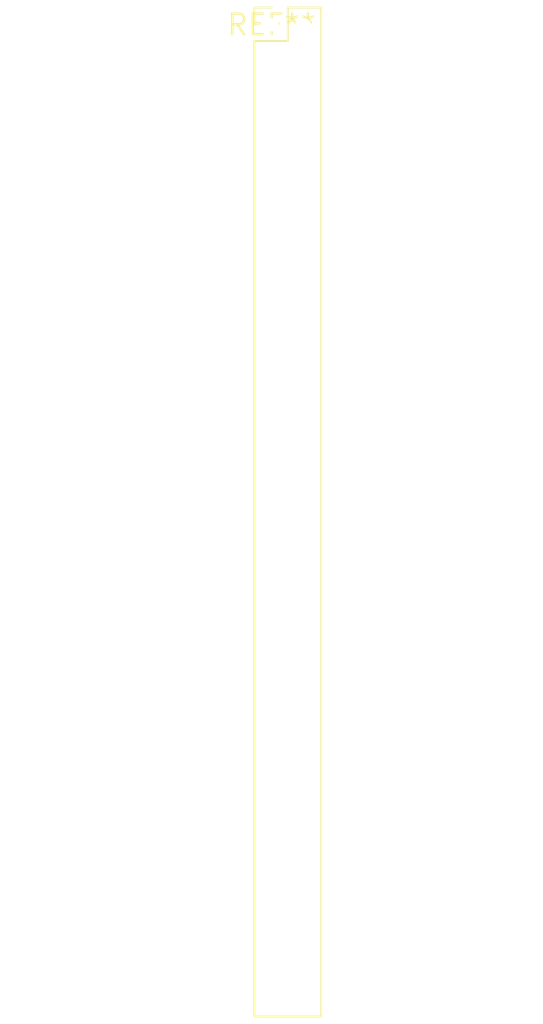
<source format=kicad_pcb>
(kicad_pcb (version 20240108) (generator pcbnew)
  (layers (0 "F.Cu" signal) (31 "B.Cu" signal) (34 "B.Paste" user) (35 "F.Paste" user) (36 "B.SilkS" user "B.Silkscreen") (37 "F.SilkS" user "F.Silkscreen") (38 "B.Mask" user) (39 "F.Mask" user) (44 "Edge.Cuts" user))
  (net 0 "")
  (footprint "PinHeader_2x31_P2.00mm_Vertical" (layer "F.Cu") (at 0 0)
    (property "Reference" "REF**")
    (property "Value" "PinHeader_2x31_P2.00mm_Vertical")
    (fp_line (start -1.06 -1.06) (end 0 -1.06) (layer "F.SilkS") (stroke (width 0.12)))
    (fp_line (start -1.06 0) (end -1.06 -1.06) (layer "F.SilkS") (stroke (width 0.12)))
    (fp_line (start -1.06 1) (end -1.06 61.06) (layer "F.SilkS") (stroke (width 0.12)))
    (fp_line (start -1.06 1) (end 1 1) (layer "F.SilkS") (stroke (width 0.12)))
    (fp_line (start -1.06 61.06) (end 3.06 61.06) (layer "F.SilkS") (stroke (width 0.12)))
    (fp_line (start 1 -1.06) (end 3.06 -1.06) (layer "F.SilkS") (stroke (width 0.12)))
    (fp_line (start 1 1) (end 1 -1.06) (layer "F.SilkS") (stroke (width 0.12)))
    (fp_line (start 3.06 -1.06) (end 3.06 61.06) (layer "F.SilkS") (stroke (width 0.12)))
    (pad "1" thru_hole rect (at 0 0) (size 1.35 1.35) (drill 0.8) (layers *.Cu *.Mask) (remove_unused_layers))
    (pad "2" thru_hole oval (at 2 0) (size 1.35 1.35) (drill 0.8) (layers *.Cu *.Mask) (remove_unused_layers))
    (pad "3" thru_hole oval (at 0 2) (size 1.35 1.35) (drill 0.8) (layers *.Cu *.Mask) (remove_unused_layers))
    (pad "4" thru_hole oval (at 2 2) (size 1.35 1.35) (drill 0.8) (layers *.Cu *.Mask) (remove_unused_layers))
    (pad "5" thru_hole oval (at 0 4) (size 1.35 1.35) (drill 0.8) (layers *.Cu *.Mask) (remove_unused_layers))
    (pad "6" thru_hole oval (at 2 4) (size 1.35 1.35) (drill 0.8) (layers *.Cu *.Mask) (remove_unused_layers))
    (pad "7" thru_hole oval (at 0 6) (size 1.35 1.35) (drill 0.8) (layers *.Cu *.Mask) (remove_unused_layers))
    (pad "8" thru_hole oval (at 2 6) (size 1.35 1.35) (drill 0.8) (layers *.Cu *.Mask) (remove_unused_layers))
    (pad "9" thru_hole oval (at 0 8) (size 1.35 1.35) (drill 0.8) (layers *.Cu *.Mask) (remove_unused_layers))
    (pad "10" thru_hole oval (at 2 8) (size 1.35 1.35) (drill 0.8) (layers *.Cu *.Mask) (remove_unused_layers))
    (pad "11" thru_hole oval (at 0 10) (size 1.35 1.35) (drill 0.8) (layers *.Cu *.Mask) (remove_unused_layers))
    (pad "12" thru_hole oval (at 2 10) (size 1.35 1.35) (drill 0.8) (layers *.Cu *.Mask) (remove_unused_layers))
    (pad "13" thru_hole oval (at 0 12) (size 1.35 1.35) (drill 0.8) (layers *.Cu *.Mask) (remove_unused_layers))
    (pad "14" thru_hole oval (at 2 12) (size 1.35 1.35) (drill 0.8) (layers *.Cu *.Mask) (remove_unused_layers))
    (pad "15" thru_hole oval (at 0 14) (size 1.35 1.35) (drill 0.8) (layers *.Cu *.Mask) (remove_unused_layers))
    (pad "16" thru_hole oval (at 2 14) (size 1.35 1.35) (drill 0.8) (layers *.Cu *.Mask) (remove_unused_layers))
    (pad "17" thru_hole oval (at 0 16) (size 1.35 1.35) (drill 0.8) (layers *.Cu *.Mask) (remove_unused_layers))
    (pad "18" thru_hole oval (at 2 16) (size 1.35 1.35) (drill 0.8) (layers *.Cu *.Mask) (remove_unused_layers))
    (pad "19" thru_hole oval (at 0 18) (size 1.35 1.35) (drill 0.8) (layers *.Cu *.Mask) (remove_unused_layers))
    (pad "20" thru_hole oval (at 2 18) (size 1.35 1.35) (drill 0.8) (layers *.Cu *.Mask) (remove_unused_layers))
    (pad "21" thru_hole oval (at 0 20) (size 1.35 1.35) (drill 0.8) (layers *.Cu *.Mask) (remove_unused_layers))
    (pad "22" thru_hole oval (at 2 20) (size 1.35 1.35) (drill 0.8) (layers *.Cu *.Mask) (remove_unused_layers))
    (pad "23" thru_hole oval (at 0 22) (size 1.35 1.35) (drill 0.8) (layers *.Cu *.Mask) (remove_unused_layers))
    (pad "24" thru_hole oval (at 2 22) (size 1.35 1.35) (drill 0.8) (layers *.Cu *.Mask) (remove_unused_layers))
    (pad "25" thru_hole oval (at 0 24) (size 1.35 1.35) (drill 0.8) (layers *.Cu *.Mask) (remove_unused_layers))
    (pad "26" thru_hole oval (at 2 24) (size 1.35 1.35) (drill 0.8) (layers *.Cu *.Mask) (remove_unused_layers))
    (pad "27" thru_hole oval (at 0 26) (size 1.35 1.35) (drill 0.8) (layers *.Cu *.Mask) (remove_unused_layers))
    (pad "28" thru_hole oval (at 2 26) (size 1.35 1.35) (drill 0.8) (layers *.Cu *.Mask) (remove_unused_layers))
    (pad "29" thru_hole oval (at 0 28) (size 1.35 1.35) (drill 0.8) (layers *.Cu *.Mask) (remove_unused_layers))
    (pad "30" thru_hole oval (at 2 28) (size 1.35 1.35) (drill 0.8) (layers *.Cu *.Mask) (remove_unused_layers))
    (pad "31" thru_hole oval (at 0 30) (size 1.35 1.35) (drill 0.8) (layers *.Cu *.Mask) (remove_unused_layers))
    (pad "32" thru_hole oval (at 2 30) (size 1.35 1.35) (drill 0.8) (layers *.Cu *.Mask) (remove_unused_layers))
    (pad "33" thru_hole oval (at 0 32) (size 1.35 1.35) (drill 0.8) (layers *.Cu *.Mask) (remove_unused_layers))
    (pad "34" thru_hole oval (at 2 32) (size 1.35 1.35) (drill 0.8) (layers *.Cu *.Mask) (remove_unused_layers))
    (pad "35" thru_hole oval (at 0 34) (size 1.35 1.35) (drill 0.8) (layers *.Cu *.Mask) (remove_unused_layers))
    (pad "36" thru_hole oval (at 2 34) (size 1.35 1.35) (drill 0.8) (layers *.Cu *.Mask) (remove_unused_layers))
    (pad "37" thru_hole oval (at 0 36) (size 1.35 1.35) (drill 0.8) (layers *.Cu *.Mask) (remove_unused_layers))
    (pad "38" thru_hole oval (at 2 36) (size 1.35 1.35) (drill 0.8) (layers *.Cu *.Mask) (remove_unused_layers))
    (pad "39" thru_hole oval (at 0 38) (size 1.35 1.35) (drill 0.8) (layers *.Cu *.Mask) (remove_unused_layers))
    (pad "40" thru_hole oval (at 2 38) (size 1.35 1.35) (drill 0.8) (layers *.Cu *.Mask) (remove_unused_layers))
    (pad "41" thru_hole oval (at 0 40) (size 1.35 1.35) (drill 0.8) (layers *.Cu *.Mask) (remove_unused_layers))
    (pad "42" thru_hole oval (at 2 40) (size 1.35 1.35) (drill 0.8) (layers *.Cu *.Mask) (remove_unused_layers))
    (pad "43" thru_hole oval (at 0 42) (size 1.35 1.35) (drill 0.8) (layers *.Cu *.Mask) (remove_unused_layers))
    (pad "44" thru_hole oval (at 2 42) (size 1.35 1.35) (drill 0.8) (layers *.Cu *.Mask) (remove_unused_layers))
    (pad "45" thru_hole oval (at 0 44) (size 1.35 1.35) (drill 0.8) (layers *.Cu *.Mask) (remove_unused_layers))
    (pad "46" thru_hole oval (at 2 44) (size 1.35 1.35) (drill 0.8) (layers *.Cu *.Mask) (remove_unused_layers))
    (pad "47" thru_hole oval (at 0 46) (size 1.35 1.35) (drill 0.8) (layers *.Cu *.Mask) (remove_unused_layers))
    (pad "48" thru_hole oval (at 2 46) (size 1.35 1.35) (drill 0.8) (layers *.Cu *.Mask) (remove_unused_layers))
    (pad "49" thru_hole oval (at 0 48) (size 1.35 1.35) (drill 0.8) (layers *.Cu *.Mask) (remove_unused_layers))
    (pad "50" thru_hole oval (at 2 48) (size 1.35 1.35) (drill 0.8) (layers *.Cu *.Mask) (remove_unused_layers))
    (pad "51" thru_hole oval (at 0 50) (size 1.35 1.35) (drill 0.8) (layers *.Cu *.Mask) (remove_unused_layers))
    (pad "52" thru_hole oval (at 2 50) (size 1.35 1.35) (drill 0.8) (layers *.Cu *.Mask) (remove_unused_layers))
    (pad "53" thru_hole oval (at 0 52) (size 1.35 1.35) (drill 0.8) (layers *.Cu *.Mask) (remove_unused_layers))
    (pad "54" thru_hole oval (at 2 52) (size 1.35 1.35) (drill 0.8) (layers *.Cu *.Mask) (remove_unused_layers))
    (pad "55" thru_hole oval (at 0 54) (size 1.35 1.35) (drill 0.8) (layers *.Cu *.Mask) (remove_unused_layers))
    (pad "56" thru_hole oval (at 2 54) (size 1.35 1.35) (drill 0.8) (layers *.Cu *.Mask) (remove_unused_layers))
    (pad "57" thru_hole oval (at 0 56) (size 1.35 1.35) (drill 0.8) (layers *.Cu *.Mask) (remove_unused_layers))
    (pad "58" thru_hole oval (at 2 56) (size 1.35 1.35) (drill 0.8) (layers *.Cu *.Mask) (remove_unused_layers))
    (pad "59" thru_hole oval (at 0 58) (size 1.35 1.35) (drill 0.8) (layers *.Cu *.Mask) (remove_unused_layers))
    (pad "60" thru_hole oval (at 2 58) (size 1.35 1.35) (drill 0.8) (layers *.Cu *.Mask) (remove_unused_layers))
    (pad "61" thru_hole oval (at 0 60) (size 1.35 1.35) (drill 0.8) (layers *.Cu *.Mask) (remove_unused_layers))
    (pad "62" thru_hole oval (at 2 60) (size 1.35 1.35) (drill 0.8) (layers *.Cu *.Mask) (remove_unused_layers))
  )
)
</source>
